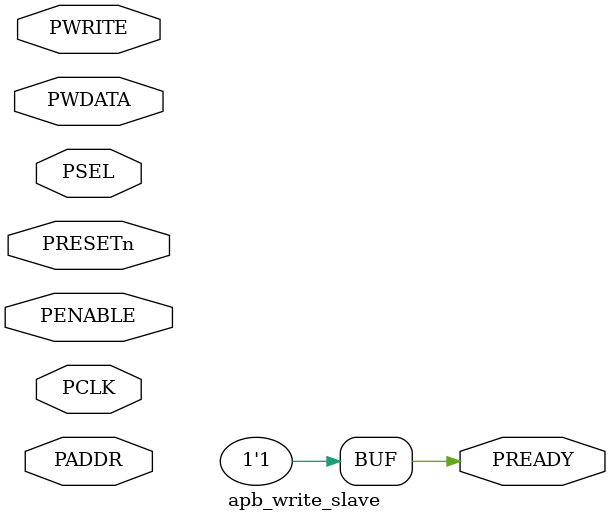
<source format=sv>
module apb_write_slave (
  input logic         PCLK,
  input logic         PRESETn,
  input logic         PSEL,
  input logic         PENABLE,
  input logic         PWRITE,
  input logic [31:0]  PADDR,
  input logic [31:0]  PWDATA,
  output logic        PREADY
);

  // 256 x 32-bit memory
  logic [31:0] mem [0:255];

  // Simple ready signal (always ready)
  assign PREADY = 1;

  always_ff @(posedge PCLK or negedge PRESETn) begin
    if (!PRESETn) begin
      // Optional reset behavior
      int i;
      for (i = 0; i < 256; i++) begin
        mem[i] <= 32'h0;
      end
    end else begin
      if (PSEL && PENABLE && PWRITE) begin
        // Memory write
        mem[PADDR[9:2]] <= PWDATA; // Assume word-aligned (4-byte)
      end
    end
  end

endmodule

</source>
